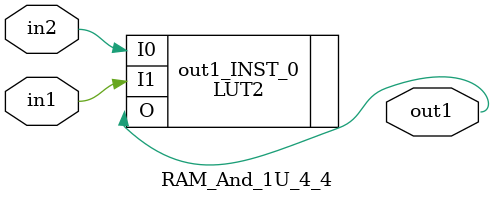
<source format=v>
`timescale 1 ps / 1 ps

(* STRUCTURAL_NETLIST = "yes" *)
module RAM_And_1U_4_4
   (in2,
    in1,
    out1);
  input in2;
  input in1;
  output out1;

  wire in1;
  wire in2;
  wire out1;

LUT2 #(
    .INIT(4'h8)) 
     out1_INST_0
       (.I0(in2),
        .I1(in1),
        .O(out1));
endmodule


</source>
